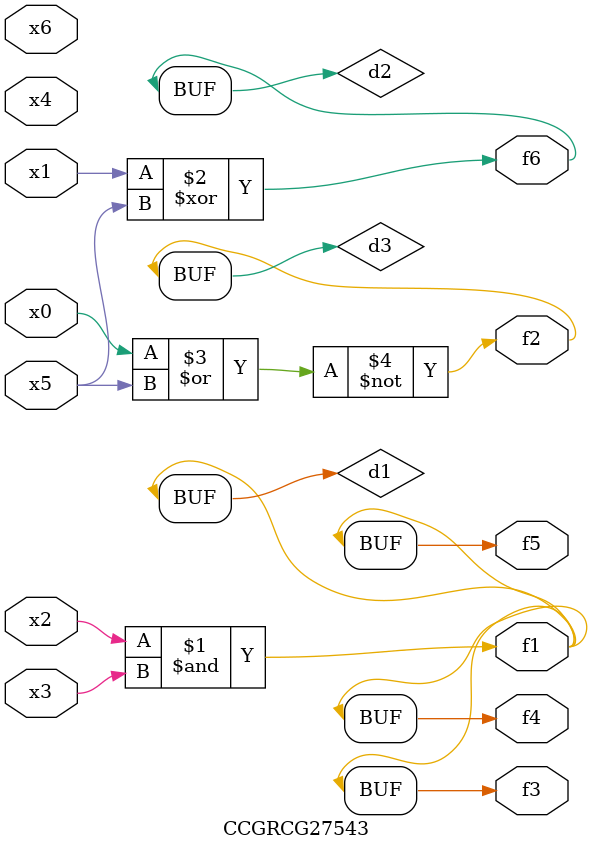
<source format=v>
module CCGRCG27543(
	input x0, x1, x2, x3, x4, x5, x6,
	output f1, f2, f3, f4, f5, f6
);

	wire d1, d2, d3;

	and (d1, x2, x3);
	xor (d2, x1, x5);
	nor (d3, x0, x5);
	assign f1 = d1;
	assign f2 = d3;
	assign f3 = d1;
	assign f4 = d1;
	assign f5 = d1;
	assign f6 = d2;
endmodule

</source>
